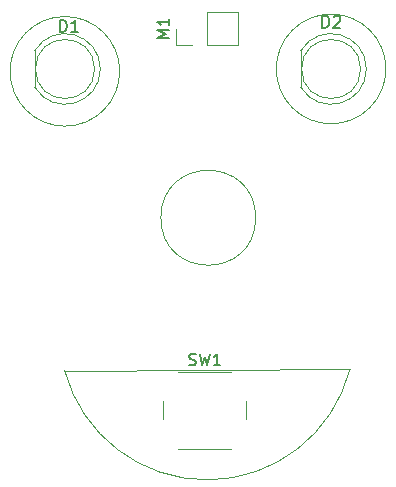
<source format=gbr>
%TF.GenerationSoftware,KiCad,Pcbnew,9.0.2*%
%TF.CreationDate,2025-07-01T17:26:35-07:00*%
%TF.ProjectId,Blinky,426c696e-6b79-42e6-9b69-6361645f7063,rev?*%
%TF.SameCoordinates,Original*%
%TF.FileFunction,Legend,Top*%
%TF.FilePolarity,Positive*%
%FSLAX46Y46*%
G04 Gerber Fmt 4.6, Leading zero omitted, Abs format (unit mm)*
G04 Created by KiCad (PCBNEW 9.0.2) date 2025-07-01 17:26:35*
%MOMM*%
%LPD*%
G01*
G04 APERTURE LIST*
%ADD10C,0.100000*%
%ADD11C,0.150000*%
%ADD12C,0.120000*%
G04 APERTURE END LIST*
D10*
X122637440Y-102242624D02*
X146800000Y-102100000D01*
X138816217Y-89300000D02*
G75*
G02*
X130783783Y-89300000I-4016217J0D01*
G01*
X130783783Y-89300000D02*
G75*
G02*
X138816217Y-89300000I4016217J0D01*
G01*
X146800000Y-102100000D02*
G75*
G02*
X122637438Y-102242624I-12100000J3100000D01*
G01*
X127300000Y-76900000D02*
G75*
G02*
X118013876Y-76900000I-4643062J0D01*
G01*
X118013876Y-76900000D02*
G75*
G02*
X127300000Y-76900000I4643062J0D01*
G01*
X149838062Y-76700000D02*
G75*
G02*
X140551938Y-76700000I-4643062J0D01*
G01*
X140551938Y-76700000D02*
G75*
G02*
X149838062Y-76700000I4643062J0D01*
G01*
D11*
X122261905Y-73554819D02*
X122261905Y-72554819D01*
X122261905Y-72554819D02*
X122500000Y-72554819D01*
X122500000Y-72554819D02*
X122642857Y-72602438D01*
X122642857Y-72602438D02*
X122738095Y-72697676D01*
X122738095Y-72697676D02*
X122785714Y-72792914D01*
X122785714Y-72792914D02*
X122833333Y-72983390D01*
X122833333Y-72983390D02*
X122833333Y-73126247D01*
X122833333Y-73126247D02*
X122785714Y-73316723D01*
X122785714Y-73316723D02*
X122738095Y-73411961D01*
X122738095Y-73411961D02*
X122642857Y-73507200D01*
X122642857Y-73507200D02*
X122500000Y-73554819D01*
X122500000Y-73554819D02*
X122261905Y-73554819D01*
X123785714Y-73554819D02*
X123214286Y-73554819D01*
X123500000Y-73554819D02*
X123500000Y-72554819D01*
X123500000Y-72554819D02*
X123404762Y-72697676D01*
X123404762Y-72697676D02*
X123309524Y-72792914D01*
X123309524Y-72792914D02*
X123214286Y-72840533D01*
X144456905Y-73194819D02*
X144456905Y-72194819D01*
X144456905Y-72194819D02*
X144695000Y-72194819D01*
X144695000Y-72194819D02*
X144837857Y-72242438D01*
X144837857Y-72242438D02*
X144933095Y-72337676D01*
X144933095Y-72337676D02*
X144980714Y-72432914D01*
X144980714Y-72432914D02*
X145028333Y-72623390D01*
X145028333Y-72623390D02*
X145028333Y-72766247D01*
X145028333Y-72766247D02*
X144980714Y-72956723D01*
X144980714Y-72956723D02*
X144933095Y-73051961D01*
X144933095Y-73051961D02*
X144837857Y-73147200D01*
X144837857Y-73147200D02*
X144695000Y-73194819D01*
X144695000Y-73194819D02*
X144456905Y-73194819D01*
X145409286Y-72290057D02*
X145456905Y-72242438D01*
X145456905Y-72242438D02*
X145552143Y-72194819D01*
X145552143Y-72194819D02*
X145790238Y-72194819D01*
X145790238Y-72194819D02*
X145885476Y-72242438D01*
X145885476Y-72242438D02*
X145933095Y-72290057D01*
X145933095Y-72290057D02*
X145980714Y-72385295D01*
X145980714Y-72385295D02*
X145980714Y-72480533D01*
X145980714Y-72480533D02*
X145933095Y-72623390D01*
X145933095Y-72623390D02*
X145361667Y-73194819D01*
X145361667Y-73194819D02*
X145980714Y-73194819D01*
X133166667Y-101757200D02*
X133309524Y-101804819D01*
X133309524Y-101804819D02*
X133547619Y-101804819D01*
X133547619Y-101804819D02*
X133642857Y-101757200D01*
X133642857Y-101757200D02*
X133690476Y-101709580D01*
X133690476Y-101709580D02*
X133738095Y-101614342D01*
X133738095Y-101614342D02*
X133738095Y-101519104D01*
X133738095Y-101519104D02*
X133690476Y-101423866D01*
X133690476Y-101423866D02*
X133642857Y-101376247D01*
X133642857Y-101376247D02*
X133547619Y-101328628D01*
X133547619Y-101328628D02*
X133357143Y-101281009D01*
X133357143Y-101281009D02*
X133261905Y-101233390D01*
X133261905Y-101233390D02*
X133214286Y-101185771D01*
X133214286Y-101185771D02*
X133166667Y-101090533D01*
X133166667Y-101090533D02*
X133166667Y-100995295D01*
X133166667Y-100995295D02*
X133214286Y-100900057D01*
X133214286Y-100900057D02*
X133261905Y-100852438D01*
X133261905Y-100852438D02*
X133357143Y-100804819D01*
X133357143Y-100804819D02*
X133595238Y-100804819D01*
X133595238Y-100804819D02*
X133738095Y-100852438D01*
X134071429Y-100804819D02*
X134309524Y-101804819D01*
X134309524Y-101804819D02*
X134500000Y-101090533D01*
X134500000Y-101090533D02*
X134690476Y-101804819D01*
X134690476Y-101804819D02*
X134928572Y-100804819D01*
X135833333Y-101804819D02*
X135261905Y-101804819D01*
X135547619Y-101804819D02*
X135547619Y-100804819D01*
X135547619Y-100804819D02*
X135452381Y-100947676D01*
X135452381Y-100947676D02*
X135357143Y-101042914D01*
X135357143Y-101042914D02*
X135261905Y-101090533D01*
X131499819Y-74109523D02*
X130499819Y-74109523D01*
X130499819Y-74109523D02*
X131214104Y-73776190D01*
X131214104Y-73776190D02*
X130499819Y-73442857D01*
X130499819Y-73442857D02*
X131499819Y-73442857D01*
X131499819Y-72442857D02*
X131499819Y-73014285D01*
X131499819Y-72728571D02*
X130499819Y-72728571D01*
X130499819Y-72728571D02*
X130642676Y-72823809D01*
X130642676Y-72823809D02*
X130737914Y-72919047D01*
X130737914Y-72919047D02*
X130785533Y-73014285D01*
D12*
%TO.C,D1*%
X125170000Y-76700000D02*
G75*
G02*
X120170000Y-76700000I-2500000J0D01*
G01*
X120170000Y-76700000D02*
G75*
G02*
X125170000Y-76700000I2500000J0D01*
G01*
X125660000Y-76700000D02*
G75*
G02*
X120110000Y-78244830I-2990000J0D01*
G01*
X120110000Y-75155170D02*
G75*
G02*
X125660000Y-76700000I2560000J-1544830D01*
G01*
X120110000Y-75155000D02*
X120110000Y-78245000D01*
%TO.C,D2*%
X147695000Y-76700000D02*
G75*
G02*
X142695000Y-76700000I-2500000J0D01*
G01*
X142695000Y-76700000D02*
G75*
G02*
X147695000Y-76700000I2500000J0D01*
G01*
X148185000Y-76700000D02*
G75*
G02*
X142635000Y-78244830I-2990000J0D01*
G01*
X142635000Y-75155170D02*
G75*
G02*
X148185000Y-76700000I2560000J-1544830D01*
G01*
X142635000Y-75155000D02*
X142635000Y-78245000D01*
%TO.C,SW1*%
X131000000Y-104850000D02*
X131000000Y-106350000D01*
X132250000Y-108850000D02*
X136750000Y-108850000D01*
X136750000Y-102350000D02*
X132250000Y-102350000D01*
X138000000Y-106350000D02*
X138000000Y-104850000D01*
%TO.C,M1*%
X134695000Y-71920000D02*
X137345000Y-71920000D01*
X137345000Y-74680000D02*
X137345000Y-71920000D01*
X134695000Y-74680000D02*
X134695000Y-71920000D01*
X134695000Y-74680000D02*
X137345000Y-74680000D01*
X133425000Y-74680000D02*
X132045000Y-74680000D01*
X132045000Y-74680000D02*
X132045000Y-73300000D01*
%TD*%
M02*

</source>
